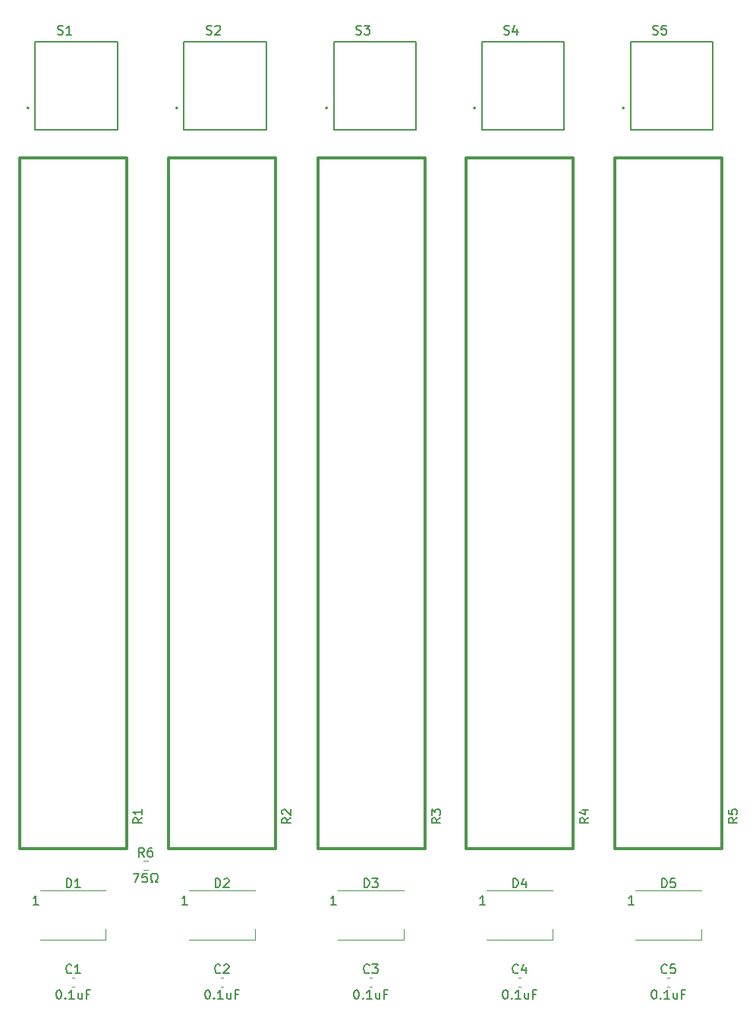
<source format=gbr>
%TF.GenerationSoftware,KiCad,Pcbnew,8.0.1*%
%TF.CreationDate,2024-03-29T21:28:49-04:00*%
%TF.ProjectId,mandreko-deej,6d616e64-7265-46b6-9f2d-6465656a2e6b,rev?*%
%TF.SameCoordinates,Original*%
%TF.FileFunction,Legend,Top*%
%TF.FilePolarity,Positive*%
%FSLAX46Y46*%
G04 Gerber Fmt 4.6, Leading zero omitted, Abs format (unit mm)*
G04 Created by KiCad (PCBNEW 8.0.1) date 2024-03-29 21:28:49*
%MOMM*%
%LPD*%
G01*
G04 APERTURE LIST*
%ADD10C,0.150000*%
%ADD11C,0.120000*%
%ADD12C,0.127000*%
%ADD13C,0.200000*%
%ADD14C,0.304800*%
G04 APERTURE END LIST*
D10*
X118745233Y-148429580D02*
X118697614Y-148477200D01*
X118697614Y-148477200D02*
X118554757Y-148524819D01*
X118554757Y-148524819D02*
X118459519Y-148524819D01*
X118459519Y-148524819D02*
X118316662Y-148477200D01*
X118316662Y-148477200D02*
X118221424Y-148381961D01*
X118221424Y-148381961D02*
X118173805Y-148286723D01*
X118173805Y-148286723D02*
X118126186Y-148096247D01*
X118126186Y-148096247D02*
X118126186Y-147953390D01*
X118126186Y-147953390D02*
X118173805Y-147762914D01*
X118173805Y-147762914D02*
X118221424Y-147667676D01*
X118221424Y-147667676D02*
X118316662Y-147572438D01*
X118316662Y-147572438D02*
X118459519Y-147524819D01*
X118459519Y-147524819D02*
X118554757Y-147524819D01*
X118554757Y-147524819D02*
X118697614Y-147572438D01*
X118697614Y-147572438D02*
X118745233Y-147620057D01*
X119697614Y-148524819D02*
X119126186Y-148524819D01*
X119411900Y-148524819D02*
X119411900Y-147524819D01*
X119411900Y-147524819D02*
X119316662Y-147667676D01*
X119316662Y-147667676D02*
X119221424Y-147762914D01*
X119221424Y-147762914D02*
X119126186Y-147810533D01*
X117269043Y-150384819D02*
X117364281Y-150384819D01*
X117364281Y-150384819D02*
X117459519Y-150432438D01*
X117459519Y-150432438D02*
X117507138Y-150480057D01*
X117507138Y-150480057D02*
X117554757Y-150575295D01*
X117554757Y-150575295D02*
X117602376Y-150765771D01*
X117602376Y-150765771D02*
X117602376Y-151003866D01*
X117602376Y-151003866D02*
X117554757Y-151194342D01*
X117554757Y-151194342D02*
X117507138Y-151289580D01*
X117507138Y-151289580D02*
X117459519Y-151337200D01*
X117459519Y-151337200D02*
X117364281Y-151384819D01*
X117364281Y-151384819D02*
X117269043Y-151384819D01*
X117269043Y-151384819D02*
X117173805Y-151337200D01*
X117173805Y-151337200D02*
X117126186Y-151289580D01*
X117126186Y-151289580D02*
X117078567Y-151194342D01*
X117078567Y-151194342D02*
X117030948Y-151003866D01*
X117030948Y-151003866D02*
X117030948Y-150765771D01*
X117030948Y-150765771D02*
X117078567Y-150575295D01*
X117078567Y-150575295D02*
X117126186Y-150480057D01*
X117126186Y-150480057D02*
X117173805Y-150432438D01*
X117173805Y-150432438D02*
X117269043Y-150384819D01*
X118030948Y-151289580D02*
X118078567Y-151337200D01*
X118078567Y-151337200D02*
X118030948Y-151384819D01*
X118030948Y-151384819D02*
X117983329Y-151337200D01*
X117983329Y-151337200D02*
X118030948Y-151289580D01*
X118030948Y-151289580D02*
X118030948Y-151384819D01*
X119030947Y-151384819D02*
X118459519Y-151384819D01*
X118745233Y-151384819D02*
X118745233Y-150384819D01*
X118745233Y-150384819D02*
X118649995Y-150527676D01*
X118649995Y-150527676D02*
X118554757Y-150622914D01*
X118554757Y-150622914D02*
X118459519Y-150670533D01*
X119888090Y-150718152D02*
X119888090Y-151384819D01*
X119459519Y-150718152D02*
X119459519Y-151241961D01*
X119459519Y-151241961D02*
X119507138Y-151337200D01*
X119507138Y-151337200D02*
X119602376Y-151384819D01*
X119602376Y-151384819D02*
X119745233Y-151384819D01*
X119745233Y-151384819D02*
X119840471Y-151337200D01*
X119840471Y-151337200D02*
X119888090Y-151289580D01*
X120697614Y-150861009D02*
X120364281Y-150861009D01*
X120364281Y-151384819D02*
X120364281Y-150384819D01*
X120364281Y-150384819D02*
X120840471Y-150384819D01*
X133786795Y-43772200D02*
X133929652Y-43819819D01*
X133929652Y-43819819D02*
X134167747Y-43819819D01*
X134167747Y-43819819D02*
X134262985Y-43772200D01*
X134262985Y-43772200D02*
X134310604Y-43724580D01*
X134310604Y-43724580D02*
X134358223Y-43629342D01*
X134358223Y-43629342D02*
X134358223Y-43534104D01*
X134358223Y-43534104D02*
X134310604Y-43438866D01*
X134310604Y-43438866D02*
X134262985Y-43391247D01*
X134262985Y-43391247D02*
X134167747Y-43343628D01*
X134167747Y-43343628D02*
X133977271Y-43296009D01*
X133977271Y-43296009D02*
X133882033Y-43248390D01*
X133882033Y-43248390D02*
X133834414Y-43200771D01*
X133834414Y-43200771D02*
X133786795Y-43105533D01*
X133786795Y-43105533D02*
X133786795Y-43010295D01*
X133786795Y-43010295D02*
X133834414Y-42915057D01*
X133834414Y-42915057D02*
X133882033Y-42867438D01*
X133882033Y-42867438D02*
X133977271Y-42819819D01*
X133977271Y-42819819D02*
X134215366Y-42819819D01*
X134215366Y-42819819D02*
X134358223Y-42867438D01*
X134739176Y-42915057D02*
X134786795Y-42867438D01*
X134786795Y-42867438D02*
X134882033Y-42819819D01*
X134882033Y-42819819D02*
X135120128Y-42819819D01*
X135120128Y-42819819D02*
X135215366Y-42867438D01*
X135215366Y-42867438D02*
X135262985Y-42915057D01*
X135262985Y-42915057D02*
X135310604Y-43010295D01*
X135310604Y-43010295D02*
X135310604Y-43105533D01*
X135310604Y-43105533D02*
X135262985Y-43248390D01*
X135262985Y-43248390D02*
X134691557Y-43819819D01*
X134691557Y-43819819D02*
X135310604Y-43819819D01*
X143197019Y-131191666D02*
X142720828Y-131524999D01*
X143197019Y-131763094D02*
X142197019Y-131763094D01*
X142197019Y-131763094D02*
X142197019Y-131382142D01*
X142197019Y-131382142D02*
X142244638Y-131286904D01*
X142244638Y-131286904D02*
X142292257Y-131239285D01*
X142292257Y-131239285D02*
X142387495Y-131191666D01*
X142387495Y-131191666D02*
X142530352Y-131191666D01*
X142530352Y-131191666D02*
X142625590Y-131239285D01*
X142625590Y-131239285D02*
X142673209Y-131286904D01*
X142673209Y-131286904D02*
X142720828Y-131382142D01*
X142720828Y-131382142D02*
X142720828Y-131763094D01*
X142292257Y-130810713D02*
X142244638Y-130763094D01*
X142244638Y-130763094D02*
X142197019Y-130667856D01*
X142197019Y-130667856D02*
X142197019Y-130429761D01*
X142197019Y-130429761D02*
X142244638Y-130334523D01*
X142244638Y-130334523D02*
X142292257Y-130286904D01*
X142292257Y-130286904D02*
X142387495Y-130239285D01*
X142387495Y-130239285D02*
X142482733Y-130239285D01*
X142482733Y-130239285D02*
X142625590Y-130286904D01*
X142625590Y-130286904D02*
X143197019Y-130858332D01*
X143197019Y-130858332D02*
X143197019Y-130239285D01*
X150475595Y-43772200D02*
X150618452Y-43819819D01*
X150618452Y-43819819D02*
X150856547Y-43819819D01*
X150856547Y-43819819D02*
X150951785Y-43772200D01*
X150951785Y-43772200D02*
X150999404Y-43724580D01*
X150999404Y-43724580D02*
X151047023Y-43629342D01*
X151047023Y-43629342D02*
X151047023Y-43534104D01*
X151047023Y-43534104D02*
X150999404Y-43438866D01*
X150999404Y-43438866D02*
X150951785Y-43391247D01*
X150951785Y-43391247D02*
X150856547Y-43343628D01*
X150856547Y-43343628D02*
X150666071Y-43296009D01*
X150666071Y-43296009D02*
X150570833Y-43248390D01*
X150570833Y-43248390D02*
X150523214Y-43200771D01*
X150523214Y-43200771D02*
X150475595Y-43105533D01*
X150475595Y-43105533D02*
X150475595Y-43010295D01*
X150475595Y-43010295D02*
X150523214Y-42915057D01*
X150523214Y-42915057D02*
X150570833Y-42867438D01*
X150570833Y-42867438D02*
X150666071Y-42819819D01*
X150666071Y-42819819D02*
X150904166Y-42819819D01*
X150904166Y-42819819D02*
X151047023Y-42867438D01*
X151380357Y-42819819D02*
X151999404Y-42819819D01*
X151999404Y-42819819D02*
X151666071Y-43200771D01*
X151666071Y-43200771D02*
X151808928Y-43200771D01*
X151808928Y-43200771D02*
X151904166Y-43248390D01*
X151904166Y-43248390D02*
X151951785Y-43296009D01*
X151951785Y-43296009D02*
X151999404Y-43391247D01*
X151999404Y-43391247D02*
X151999404Y-43629342D01*
X151999404Y-43629342D02*
X151951785Y-43724580D01*
X151951785Y-43724580D02*
X151904166Y-43772200D01*
X151904166Y-43772200D02*
X151808928Y-43819819D01*
X151808928Y-43819819D02*
X151523214Y-43819819D01*
X151523214Y-43819819D02*
X151427976Y-43772200D01*
X151427976Y-43772200D02*
X151380357Y-43724580D01*
X159885819Y-131191666D02*
X159409628Y-131524999D01*
X159885819Y-131763094D02*
X158885819Y-131763094D01*
X158885819Y-131763094D02*
X158885819Y-131382142D01*
X158885819Y-131382142D02*
X158933438Y-131286904D01*
X158933438Y-131286904D02*
X158981057Y-131239285D01*
X158981057Y-131239285D02*
X159076295Y-131191666D01*
X159076295Y-131191666D02*
X159219152Y-131191666D01*
X159219152Y-131191666D02*
X159314390Y-131239285D01*
X159314390Y-131239285D02*
X159362009Y-131286904D01*
X159362009Y-131286904D02*
X159409628Y-131382142D01*
X159409628Y-131382142D02*
X159409628Y-131763094D01*
X158885819Y-130858332D02*
X158885819Y-130239285D01*
X158885819Y-130239285D02*
X159266771Y-130572618D01*
X159266771Y-130572618D02*
X159266771Y-130429761D01*
X159266771Y-130429761D02*
X159314390Y-130334523D01*
X159314390Y-130334523D02*
X159362009Y-130286904D01*
X159362009Y-130286904D02*
X159457247Y-130239285D01*
X159457247Y-130239285D02*
X159695342Y-130239285D01*
X159695342Y-130239285D02*
X159790580Y-130286904D01*
X159790580Y-130286904D02*
X159838200Y-130334523D01*
X159838200Y-130334523D02*
X159885819Y-130429761D01*
X159885819Y-130429761D02*
X159885819Y-130715475D01*
X159885819Y-130715475D02*
X159838200Y-130810713D01*
X159838200Y-130810713D02*
X159790580Y-130858332D01*
X185142333Y-148429580D02*
X185094714Y-148477200D01*
X185094714Y-148477200D02*
X184951857Y-148524819D01*
X184951857Y-148524819D02*
X184856619Y-148524819D01*
X184856619Y-148524819D02*
X184713762Y-148477200D01*
X184713762Y-148477200D02*
X184618524Y-148381961D01*
X184618524Y-148381961D02*
X184570905Y-148286723D01*
X184570905Y-148286723D02*
X184523286Y-148096247D01*
X184523286Y-148096247D02*
X184523286Y-147953390D01*
X184523286Y-147953390D02*
X184570905Y-147762914D01*
X184570905Y-147762914D02*
X184618524Y-147667676D01*
X184618524Y-147667676D02*
X184713762Y-147572438D01*
X184713762Y-147572438D02*
X184856619Y-147524819D01*
X184856619Y-147524819D02*
X184951857Y-147524819D01*
X184951857Y-147524819D02*
X185094714Y-147572438D01*
X185094714Y-147572438D02*
X185142333Y-147620057D01*
X186047095Y-147524819D02*
X185570905Y-147524819D01*
X185570905Y-147524819D02*
X185523286Y-148001009D01*
X185523286Y-148001009D02*
X185570905Y-147953390D01*
X185570905Y-147953390D02*
X185666143Y-147905771D01*
X185666143Y-147905771D02*
X185904238Y-147905771D01*
X185904238Y-147905771D02*
X185999476Y-147953390D01*
X185999476Y-147953390D02*
X186047095Y-148001009D01*
X186047095Y-148001009D02*
X186094714Y-148096247D01*
X186094714Y-148096247D02*
X186094714Y-148334342D01*
X186094714Y-148334342D02*
X186047095Y-148429580D01*
X186047095Y-148429580D02*
X185999476Y-148477200D01*
X185999476Y-148477200D02*
X185904238Y-148524819D01*
X185904238Y-148524819D02*
X185666143Y-148524819D01*
X185666143Y-148524819D02*
X185570905Y-148477200D01*
X185570905Y-148477200D02*
X185523286Y-148429580D01*
X183666143Y-150384819D02*
X183761381Y-150384819D01*
X183761381Y-150384819D02*
X183856619Y-150432438D01*
X183856619Y-150432438D02*
X183904238Y-150480057D01*
X183904238Y-150480057D02*
X183951857Y-150575295D01*
X183951857Y-150575295D02*
X183999476Y-150765771D01*
X183999476Y-150765771D02*
X183999476Y-151003866D01*
X183999476Y-151003866D02*
X183951857Y-151194342D01*
X183951857Y-151194342D02*
X183904238Y-151289580D01*
X183904238Y-151289580D02*
X183856619Y-151337200D01*
X183856619Y-151337200D02*
X183761381Y-151384819D01*
X183761381Y-151384819D02*
X183666143Y-151384819D01*
X183666143Y-151384819D02*
X183570905Y-151337200D01*
X183570905Y-151337200D02*
X183523286Y-151289580D01*
X183523286Y-151289580D02*
X183475667Y-151194342D01*
X183475667Y-151194342D02*
X183428048Y-151003866D01*
X183428048Y-151003866D02*
X183428048Y-150765771D01*
X183428048Y-150765771D02*
X183475667Y-150575295D01*
X183475667Y-150575295D02*
X183523286Y-150480057D01*
X183523286Y-150480057D02*
X183570905Y-150432438D01*
X183570905Y-150432438D02*
X183666143Y-150384819D01*
X184428048Y-151289580D02*
X184475667Y-151337200D01*
X184475667Y-151337200D02*
X184428048Y-151384819D01*
X184428048Y-151384819D02*
X184380429Y-151337200D01*
X184380429Y-151337200D02*
X184428048Y-151289580D01*
X184428048Y-151289580D02*
X184428048Y-151384819D01*
X185428047Y-151384819D02*
X184856619Y-151384819D01*
X185142333Y-151384819D02*
X185142333Y-150384819D01*
X185142333Y-150384819D02*
X185047095Y-150527676D01*
X185047095Y-150527676D02*
X184951857Y-150622914D01*
X184951857Y-150622914D02*
X184856619Y-150670533D01*
X186285190Y-150718152D02*
X186285190Y-151384819D01*
X185856619Y-150718152D02*
X185856619Y-151241961D01*
X185856619Y-151241961D02*
X185904238Y-151337200D01*
X185904238Y-151337200D02*
X185999476Y-151384819D01*
X185999476Y-151384819D02*
X186142333Y-151384819D01*
X186142333Y-151384819D02*
X186237571Y-151337200D01*
X186237571Y-151337200D02*
X186285190Y-151289580D01*
X187094714Y-150861009D02*
X186761381Y-150861009D01*
X186761381Y-151384819D02*
X186761381Y-150384819D01*
X186761381Y-150384819D02*
X187237571Y-150384819D01*
X134773105Y-138954819D02*
X134773105Y-137954819D01*
X134773105Y-137954819D02*
X135011200Y-137954819D01*
X135011200Y-137954819D02*
X135154057Y-138002438D01*
X135154057Y-138002438D02*
X135249295Y-138097676D01*
X135249295Y-138097676D02*
X135296914Y-138192914D01*
X135296914Y-138192914D02*
X135344533Y-138383390D01*
X135344533Y-138383390D02*
X135344533Y-138526247D01*
X135344533Y-138526247D02*
X135296914Y-138716723D01*
X135296914Y-138716723D02*
X135249295Y-138811961D01*
X135249295Y-138811961D02*
X135154057Y-138907200D01*
X135154057Y-138907200D02*
X135011200Y-138954819D01*
X135011200Y-138954819D02*
X134773105Y-138954819D01*
X135725486Y-138050057D02*
X135773105Y-138002438D01*
X135773105Y-138002438D02*
X135868343Y-137954819D01*
X135868343Y-137954819D02*
X136106438Y-137954819D01*
X136106438Y-137954819D02*
X136201676Y-138002438D01*
X136201676Y-138002438D02*
X136249295Y-138050057D01*
X136249295Y-138050057D02*
X136296914Y-138145295D01*
X136296914Y-138145295D02*
X136296914Y-138240533D01*
X136296914Y-138240533D02*
X136249295Y-138383390D01*
X136249295Y-138383390D02*
X135677867Y-138954819D01*
X135677867Y-138954819D02*
X136296914Y-138954819D01*
X131646914Y-140854819D02*
X131075486Y-140854819D01*
X131361200Y-140854819D02*
X131361200Y-139854819D01*
X131361200Y-139854819D02*
X131265962Y-139997676D01*
X131265962Y-139997676D02*
X131170724Y-140092914D01*
X131170724Y-140092914D02*
X131075486Y-140140533D01*
X126833333Y-135524819D02*
X126500000Y-135048628D01*
X126261905Y-135524819D02*
X126261905Y-134524819D01*
X126261905Y-134524819D02*
X126642857Y-134524819D01*
X126642857Y-134524819D02*
X126738095Y-134572438D01*
X126738095Y-134572438D02*
X126785714Y-134620057D01*
X126785714Y-134620057D02*
X126833333Y-134715295D01*
X126833333Y-134715295D02*
X126833333Y-134858152D01*
X126833333Y-134858152D02*
X126785714Y-134953390D01*
X126785714Y-134953390D02*
X126738095Y-135001009D01*
X126738095Y-135001009D02*
X126642857Y-135048628D01*
X126642857Y-135048628D02*
X126261905Y-135048628D01*
X127690476Y-134524819D02*
X127500000Y-134524819D01*
X127500000Y-134524819D02*
X127404762Y-134572438D01*
X127404762Y-134572438D02*
X127357143Y-134620057D01*
X127357143Y-134620057D02*
X127261905Y-134762914D01*
X127261905Y-134762914D02*
X127214286Y-134953390D01*
X127214286Y-134953390D02*
X127214286Y-135334342D01*
X127214286Y-135334342D02*
X127261905Y-135429580D01*
X127261905Y-135429580D02*
X127309524Y-135477200D01*
X127309524Y-135477200D02*
X127404762Y-135524819D01*
X127404762Y-135524819D02*
X127595238Y-135524819D01*
X127595238Y-135524819D02*
X127690476Y-135477200D01*
X127690476Y-135477200D02*
X127738095Y-135429580D01*
X127738095Y-135429580D02*
X127785714Y-135334342D01*
X127785714Y-135334342D02*
X127785714Y-135096247D01*
X127785714Y-135096247D02*
X127738095Y-135001009D01*
X127738095Y-135001009D02*
X127690476Y-134953390D01*
X127690476Y-134953390D02*
X127595238Y-134905771D01*
X127595238Y-134905771D02*
X127404762Y-134905771D01*
X127404762Y-134905771D02*
X127309524Y-134953390D01*
X127309524Y-134953390D02*
X127261905Y-135001009D01*
X127261905Y-135001009D02*
X127214286Y-135096247D01*
X125619048Y-137384819D02*
X126285714Y-137384819D01*
X126285714Y-137384819D02*
X125857143Y-138384819D01*
X127142857Y-137384819D02*
X126666667Y-137384819D01*
X126666667Y-137384819D02*
X126619048Y-137861009D01*
X126619048Y-137861009D02*
X126666667Y-137813390D01*
X126666667Y-137813390D02*
X126761905Y-137765771D01*
X126761905Y-137765771D02*
X127000000Y-137765771D01*
X127000000Y-137765771D02*
X127095238Y-137813390D01*
X127095238Y-137813390D02*
X127142857Y-137861009D01*
X127142857Y-137861009D02*
X127190476Y-137956247D01*
X127190476Y-137956247D02*
X127190476Y-138194342D01*
X127190476Y-138194342D02*
X127142857Y-138289580D01*
X127142857Y-138289580D02*
X127095238Y-138337200D01*
X127095238Y-138337200D02*
X127000000Y-138384819D01*
X127000000Y-138384819D02*
X126761905Y-138384819D01*
X126761905Y-138384819D02*
X126666667Y-138337200D01*
X126666667Y-138337200D02*
X126619048Y-138289580D01*
X127571429Y-138384819D02*
X127809524Y-138384819D01*
X127809524Y-138384819D02*
X127809524Y-138194342D01*
X127809524Y-138194342D02*
X127714286Y-138146723D01*
X127714286Y-138146723D02*
X127619048Y-138051485D01*
X127619048Y-138051485D02*
X127571429Y-137908628D01*
X127571429Y-137908628D02*
X127571429Y-137670533D01*
X127571429Y-137670533D02*
X127619048Y-137527676D01*
X127619048Y-137527676D02*
X127714286Y-137432438D01*
X127714286Y-137432438D02*
X127857143Y-137384819D01*
X127857143Y-137384819D02*
X128047619Y-137384819D01*
X128047619Y-137384819D02*
X128190476Y-137432438D01*
X128190476Y-137432438D02*
X128285714Y-137527676D01*
X128285714Y-137527676D02*
X128333333Y-137670533D01*
X128333333Y-137670533D02*
X128333333Y-137908628D01*
X128333333Y-137908628D02*
X128285714Y-138051485D01*
X128285714Y-138051485D02*
X128190476Y-138146723D01*
X128190476Y-138146723D02*
X128095238Y-138194342D01*
X128095238Y-138194342D02*
X128095238Y-138384819D01*
X128095238Y-138384819D02*
X128333333Y-138384819D01*
X166985295Y-43772200D02*
X167128152Y-43819819D01*
X167128152Y-43819819D02*
X167366247Y-43819819D01*
X167366247Y-43819819D02*
X167461485Y-43772200D01*
X167461485Y-43772200D02*
X167509104Y-43724580D01*
X167509104Y-43724580D02*
X167556723Y-43629342D01*
X167556723Y-43629342D02*
X167556723Y-43534104D01*
X167556723Y-43534104D02*
X167509104Y-43438866D01*
X167509104Y-43438866D02*
X167461485Y-43391247D01*
X167461485Y-43391247D02*
X167366247Y-43343628D01*
X167366247Y-43343628D02*
X167175771Y-43296009D01*
X167175771Y-43296009D02*
X167080533Y-43248390D01*
X167080533Y-43248390D02*
X167032914Y-43200771D01*
X167032914Y-43200771D02*
X166985295Y-43105533D01*
X166985295Y-43105533D02*
X166985295Y-43010295D01*
X166985295Y-43010295D02*
X167032914Y-42915057D01*
X167032914Y-42915057D02*
X167080533Y-42867438D01*
X167080533Y-42867438D02*
X167175771Y-42819819D01*
X167175771Y-42819819D02*
X167413866Y-42819819D01*
X167413866Y-42819819D02*
X167556723Y-42867438D01*
X168413866Y-43153152D02*
X168413866Y-43819819D01*
X168175771Y-42772200D02*
X167937676Y-43486485D01*
X167937676Y-43486485D02*
X168556723Y-43486485D01*
X126597719Y-131191666D02*
X126121528Y-131524999D01*
X126597719Y-131763094D02*
X125597719Y-131763094D01*
X125597719Y-131763094D02*
X125597719Y-131382142D01*
X125597719Y-131382142D02*
X125645338Y-131286904D01*
X125645338Y-131286904D02*
X125692957Y-131239285D01*
X125692957Y-131239285D02*
X125788195Y-131191666D01*
X125788195Y-131191666D02*
X125931052Y-131191666D01*
X125931052Y-131191666D02*
X126026290Y-131239285D01*
X126026290Y-131239285D02*
X126073909Y-131286904D01*
X126073909Y-131286904D02*
X126121528Y-131382142D01*
X126121528Y-131382142D02*
X126121528Y-131763094D01*
X126597719Y-130239285D02*
X126597719Y-130810713D01*
X126597719Y-130524999D02*
X125597719Y-130524999D01*
X125597719Y-130524999D02*
X125740576Y-130620237D01*
X125740576Y-130620237D02*
X125835814Y-130715475D01*
X125835814Y-130715475D02*
X125883433Y-130810713D01*
X117187495Y-43772200D02*
X117330352Y-43819819D01*
X117330352Y-43819819D02*
X117568447Y-43819819D01*
X117568447Y-43819819D02*
X117663685Y-43772200D01*
X117663685Y-43772200D02*
X117711304Y-43724580D01*
X117711304Y-43724580D02*
X117758923Y-43629342D01*
X117758923Y-43629342D02*
X117758923Y-43534104D01*
X117758923Y-43534104D02*
X117711304Y-43438866D01*
X117711304Y-43438866D02*
X117663685Y-43391247D01*
X117663685Y-43391247D02*
X117568447Y-43343628D01*
X117568447Y-43343628D02*
X117377971Y-43296009D01*
X117377971Y-43296009D02*
X117282733Y-43248390D01*
X117282733Y-43248390D02*
X117235114Y-43200771D01*
X117235114Y-43200771D02*
X117187495Y-43105533D01*
X117187495Y-43105533D02*
X117187495Y-43010295D01*
X117187495Y-43010295D02*
X117235114Y-42915057D01*
X117235114Y-42915057D02*
X117282733Y-42867438D01*
X117282733Y-42867438D02*
X117377971Y-42819819D01*
X117377971Y-42819819D02*
X117616066Y-42819819D01*
X117616066Y-42819819D02*
X117758923Y-42867438D01*
X118711304Y-43819819D02*
X118139876Y-43819819D01*
X118425590Y-43819819D02*
X118425590Y-42819819D01*
X118425590Y-42819819D02*
X118330352Y-42962676D01*
X118330352Y-42962676D02*
X118235114Y-43057914D01*
X118235114Y-43057914D02*
X118139876Y-43105533D01*
X184570905Y-138954819D02*
X184570905Y-137954819D01*
X184570905Y-137954819D02*
X184809000Y-137954819D01*
X184809000Y-137954819D02*
X184951857Y-138002438D01*
X184951857Y-138002438D02*
X185047095Y-138097676D01*
X185047095Y-138097676D02*
X185094714Y-138192914D01*
X185094714Y-138192914D02*
X185142333Y-138383390D01*
X185142333Y-138383390D02*
X185142333Y-138526247D01*
X185142333Y-138526247D02*
X185094714Y-138716723D01*
X185094714Y-138716723D02*
X185047095Y-138811961D01*
X185047095Y-138811961D02*
X184951857Y-138907200D01*
X184951857Y-138907200D02*
X184809000Y-138954819D01*
X184809000Y-138954819D02*
X184570905Y-138954819D01*
X186047095Y-137954819D02*
X185570905Y-137954819D01*
X185570905Y-137954819D02*
X185523286Y-138431009D01*
X185523286Y-138431009D02*
X185570905Y-138383390D01*
X185570905Y-138383390D02*
X185666143Y-138335771D01*
X185666143Y-138335771D02*
X185904238Y-138335771D01*
X185904238Y-138335771D02*
X185999476Y-138383390D01*
X185999476Y-138383390D02*
X186047095Y-138431009D01*
X186047095Y-138431009D02*
X186094714Y-138526247D01*
X186094714Y-138526247D02*
X186094714Y-138764342D01*
X186094714Y-138764342D02*
X186047095Y-138859580D01*
X186047095Y-138859580D02*
X185999476Y-138907200D01*
X185999476Y-138907200D02*
X185904238Y-138954819D01*
X185904238Y-138954819D02*
X185666143Y-138954819D01*
X185666143Y-138954819D02*
X185570905Y-138907200D01*
X185570905Y-138907200D02*
X185523286Y-138859580D01*
X181444714Y-140854819D02*
X180873286Y-140854819D01*
X181159000Y-140854819D02*
X181159000Y-139854819D01*
X181159000Y-139854819D02*
X181063762Y-139997676D01*
X181063762Y-139997676D02*
X180968524Y-140092914D01*
X180968524Y-140092914D02*
X180873286Y-140140533D01*
X168543033Y-148429580D02*
X168495414Y-148477200D01*
X168495414Y-148477200D02*
X168352557Y-148524819D01*
X168352557Y-148524819D02*
X168257319Y-148524819D01*
X168257319Y-148524819D02*
X168114462Y-148477200D01*
X168114462Y-148477200D02*
X168019224Y-148381961D01*
X168019224Y-148381961D02*
X167971605Y-148286723D01*
X167971605Y-148286723D02*
X167923986Y-148096247D01*
X167923986Y-148096247D02*
X167923986Y-147953390D01*
X167923986Y-147953390D02*
X167971605Y-147762914D01*
X167971605Y-147762914D02*
X168019224Y-147667676D01*
X168019224Y-147667676D02*
X168114462Y-147572438D01*
X168114462Y-147572438D02*
X168257319Y-147524819D01*
X168257319Y-147524819D02*
X168352557Y-147524819D01*
X168352557Y-147524819D02*
X168495414Y-147572438D01*
X168495414Y-147572438D02*
X168543033Y-147620057D01*
X169400176Y-147858152D02*
X169400176Y-148524819D01*
X169162081Y-147477200D02*
X168923986Y-148191485D01*
X168923986Y-148191485D02*
X169543033Y-148191485D01*
X167066843Y-150384819D02*
X167162081Y-150384819D01*
X167162081Y-150384819D02*
X167257319Y-150432438D01*
X167257319Y-150432438D02*
X167304938Y-150480057D01*
X167304938Y-150480057D02*
X167352557Y-150575295D01*
X167352557Y-150575295D02*
X167400176Y-150765771D01*
X167400176Y-150765771D02*
X167400176Y-151003866D01*
X167400176Y-151003866D02*
X167352557Y-151194342D01*
X167352557Y-151194342D02*
X167304938Y-151289580D01*
X167304938Y-151289580D02*
X167257319Y-151337200D01*
X167257319Y-151337200D02*
X167162081Y-151384819D01*
X167162081Y-151384819D02*
X167066843Y-151384819D01*
X167066843Y-151384819D02*
X166971605Y-151337200D01*
X166971605Y-151337200D02*
X166923986Y-151289580D01*
X166923986Y-151289580D02*
X166876367Y-151194342D01*
X166876367Y-151194342D02*
X166828748Y-151003866D01*
X166828748Y-151003866D02*
X166828748Y-150765771D01*
X166828748Y-150765771D02*
X166876367Y-150575295D01*
X166876367Y-150575295D02*
X166923986Y-150480057D01*
X166923986Y-150480057D02*
X166971605Y-150432438D01*
X166971605Y-150432438D02*
X167066843Y-150384819D01*
X167828748Y-151289580D02*
X167876367Y-151337200D01*
X167876367Y-151337200D02*
X167828748Y-151384819D01*
X167828748Y-151384819D02*
X167781129Y-151337200D01*
X167781129Y-151337200D02*
X167828748Y-151289580D01*
X167828748Y-151289580D02*
X167828748Y-151384819D01*
X168828747Y-151384819D02*
X168257319Y-151384819D01*
X168543033Y-151384819D02*
X168543033Y-150384819D01*
X168543033Y-150384819D02*
X168447795Y-150527676D01*
X168447795Y-150527676D02*
X168352557Y-150622914D01*
X168352557Y-150622914D02*
X168257319Y-150670533D01*
X169685890Y-150718152D02*
X169685890Y-151384819D01*
X169257319Y-150718152D02*
X169257319Y-151241961D01*
X169257319Y-151241961D02*
X169304938Y-151337200D01*
X169304938Y-151337200D02*
X169400176Y-151384819D01*
X169400176Y-151384819D02*
X169543033Y-151384819D01*
X169543033Y-151384819D02*
X169638271Y-151337200D01*
X169638271Y-151337200D02*
X169685890Y-151289580D01*
X170495414Y-150861009D02*
X170162081Y-150861009D01*
X170162081Y-151384819D02*
X170162081Y-150384819D01*
X170162081Y-150384819D02*
X170638271Y-150384819D01*
X118173805Y-138954819D02*
X118173805Y-137954819D01*
X118173805Y-137954819D02*
X118411900Y-137954819D01*
X118411900Y-137954819D02*
X118554757Y-138002438D01*
X118554757Y-138002438D02*
X118649995Y-138097676D01*
X118649995Y-138097676D02*
X118697614Y-138192914D01*
X118697614Y-138192914D02*
X118745233Y-138383390D01*
X118745233Y-138383390D02*
X118745233Y-138526247D01*
X118745233Y-138526247D02*
X118697614Y-138716723D01*
X118697614Y-138716723D02*
X118649995Y-138811961D01*
X118649995Y-138811961D02*
X118554757Y-138907200D01*
X118554757Y-138907200D02*
X118411900Y-138954819D01*
X118411900Y-138954819D02*
X118173805Y-138954819D01*
X119697614Y-138954819D02*
X119126186Y-138954819D01*
X119411900Y-138954819D02*
X119411900Y-137954819D01*
X119411900Y-137954819D02*
X119316662Y-138097676D01*
X119316662Y-138097676D02*
X119221424Y-138192914D01*
X119221424Y-138192914D02*
X119126186Y-138240533D01*
X115047614Y-140854819D02*
X114476186Y-140854819D01*
X114761900Y-140854819D02*
X114761900Y-139854819D01*
X114761900Y-139854819D02*
X114666662Y-139997676D01*
X114666662Y-139997676D02*
X114571424Y-140092914D01*
X114571424Y-140092914D02*
X114476186Y-140140533D01*
X167971605Y-138954819D02*
X167971605Y-137954819D01*
X167971605Y-137954819D02*
X168209700Y-137954819D01*
X168209700Y-137954819D02*
X168352557Y-138002438D01*
X168352557Y-138002438D02*
X168447795Y-138097676D01*
X168447795Y-138097676D02*
X168495414Y-138192914D01*
X168495414Y-138192914D02*
X168543033Y-138383390D01*
X168543033Y-138383390D02*
X168543033Y-138526247D01*
X168543033Y-138526247D02*
X168495414Y-138716723D01*
X168495414Y-138716723D02*
X168447795Y-138811961D01*
X168447795Y-138811961D02*
X168352557Y-138907200D01*
X168352557Y-138907200D02*
X168209700Y-138954819D01*
X168209700Y-138954819D02*
X167971605Y-138954819D01*
X169400176Y-138288152D02*
X169400176Y-138954819D01*
X169162081Y-137907200D02*
X168923986Y-138621485D01*
X168923986Y-138621485D02*
X169543033Y-138621485D01*
X164845414Y-140854819D02*
X164273986Y-140854819D01*
X164559700Y-140854819D02*
X164559700Y-139854819D01*
X164559700Y-139854819D02*
X164464462Y-139997676D01*
X164464462Y-139997676D02*
X164369224Y-140092914D01*
X164369224Y-140092914D02*
X164273986Y-140140533D01*
X151372405Y-138954819D02*
X151372405Y-137954819D01*
X151372405Y-137954819D02*
X151610500Y-137954819D01*
X151610500Y-137954819D02*
X151753357Y-138002438D01*
X151753357Y-138002438D02*
X151848595Y-138097676D01*
X151848595Y-138097676D02*
X151896214Y-138192914D01*
X151896214Y-138192914D02*
X151943833Y-138383390D01*
X151943833Y-138383390D02*
X151943833Y-138526247D01*
X151943833Y-138526247D02*
X151896214Y-138716723D01*
X151896214Y-138716723D02*
X151848595Y-138811961D01*
X151848595Y-138811961D02*
X151753357Y-138907200D01*
X151753357Y-138907200D02*
X151610500Y-138954819D01*
X151610500Y-138954819D02*
X151372405Y-138954819D01*
X152277167Y-137954819D02*
X152896214Y-137954819D01*
X152896214Y-137954819D02*
X152562881Y-138335771D01*
X152562881Y-138335771D02*
X152705738Y-138335771D01*
X152705738Y-138335771D02*
X152800976Y-138383390D01*
X152800976Y-138383390D02*
X152848595Y-138431009D01*
X152848595Y-138431009D02*
X152896214Y-138526247D01*
X152896214Y-138526247D02*
X152896214Y-138764342D01*
X152896214Y-138764342D02*
X152848595Y-138859580D01*
X152848595Y-138859580D02*
X152800976Y-138907200D01*
X152800976Y-138907200D02*
X152705738Y-138954819D01*
X152705738Y-138954819D02*
X152420024Y-138954819D01*
X152420024Y-138954819D02*
X152324786Y-138907200D01*
X152324786Y-138907200D02*
X152277167Y-138859580D01*
X148246214Y-140854819D02*
X147674786Y-140854819D01*
X147960500Y-140854819D02*
X147960500Y-139854819D01*
X147960500Y-139854819D02*
X147865262Y-139997676D01*
X147865262Y-139997676D02*
X147770024Y-140092914D01*
X147770024Y-140092914D02*
X147674786Y-140140533D01*
X183584595Y-43772200D02*
X183727452Y-43819819D01*
X183727452Y-43819819D02*
X183965547Y-43819819D01*
X183965547Y-43819819D02*
X184060785Y-43772200D01*
X184060785Y-43772200D02*
X184108404Y-43724580D01*
X184108404Y-43724580D02*
X184156023Y-43629342D01*
X184156023Y-43629342D02*
X184156023Y-43534104D01*
X184156023Y-43534104D02*
X184108404Y-43438866D01*
X184108404Y-43438866D02*
X184060785Y-43391247D01*
X184060785Y-43391247D02*
X183965547Y-43343628D01*
X183965547Y-43343628D02*
X183775071Y-43296009D01*
X183775071Y-43296009D02*
X183679833Y-43248390D01*
X183679833Y-43248390D02*
X183632214Y-43200771D01*
X183632214Y-43200771D02*
X183584595Y-43105533D01*
X183584595Y-43105533D02*
X183584595Y-43010295D01*
X183584595Y-43010295D02*
X183632214Y-42915057D01*
X183632214Y-42915057D02*
X183679833Y-42867438D01*
X183679833Y-42867438D02*
X183775071Y-42819819D01*
X183775071Y-42819819D02*
X184013166Y-42819819D01*
X184013166Y-42819819D02*
X184156023Y-42867438D01*
X185060785Y-42819819D02*
X184584595Y-42819819D01*
X184584595Y-42819819D02*
X184536976Y-43296009D01*
X184536976Y-43296009D02*
X184584595Y-43248390D01*
X184584595Y-43248390D02*
X184679833Y-43200771D01*
X184679833Y-43200771D02*
X184917928Y-43200771D01*
X184917928Y-43200771D02*
X185013166Y-43248390D01*
X185013166Y-43248390D02*
X185060785Y-43296009D01*
X185060785Y-43296009D02*
X185108404Y-43391247D01*
X185108404Y-43391247D02*
X185108404Y-43629342D01*
X185108404Y-43629342D02*
X185060785Y-43724580D01*
X185060785Y-43724580D02*
X185013166Y-43772200D01*
X185013166Y-43772200D02*
X184917928Y-43819819D01*
X184917928Y-43819819D02*
X184679833Y-43819819D01*
X184679833Y-43819819D02*
X184584595Y-43772200D01*
X184584595Y-43772200D02*
X184536976Y-43724580D01*
X176395519Y-131191666D02*
X175919328Y-131524999D01*
X176395519Y-131763094D02*
X175395519Y-131763094D01*
X175395519Y-131763094D02*
X175395519Y-131382142D01*
X175395519Y-131382142D02*
X175443138Y-131286904D01*
X175443138Y-131286904D02*
X175490757Y-131239285D01*
X175490757Y-131239285D02*
X175585995Y-131191666D01*
X175585995Y-131191666D02*
X175728852Y-131191666D01*
X175728852Y-131191666D02*
X175824090Y-131239285D01*
X175824090Y-131239285D02*
X175871709Y-131286904D01*
X175871709Y-131286904D02*
X175919328Y-131382142D01*
X175919328Y-131382142D02*
X175919328Y-131763094D01*
X175728852Y-130334523D02*
X176395519Y-130334523D01*
X175347900Y-130572618D02*
X176062185Y-130810713D01*
X176062185Y-130810713D02*
X176062185Y-130191666D01*
X135344533Y-148429580D02*
X135296914Y-148477200D01*
X135296914Y-148477200D02*
X135154057Y-148524819D01*
X135154057Y-148524819D02*
X135058819Y-148524819D01*
X135058819Y-148524819D02*
X134915962Y-148477200D01*
X134915962Y-148477200D02*
X134820724Y-148381961D01*
X134820724Y-148381961D02*
X134773105Y-148286723D01*
X134773105Y-148286723D02*
X134725486Y-148096247D01*
X134725486Y-148096247D02*
X134725486Y-147953390D01*
X134725486Y-147953390D02*
X134773105Y-147762914D01*
X134773105Y-147762914D02*
X134820724Y-147667676D01*
X134820724Y-147667676D02*
X134915962Y-147572438D01*
X134915962Y-147572438D02*
X135058819Y-147524819D01*
X135058819Y-147524819D02*
X135154057Y-147524819D01*
X135154057Y-147524819D02*
X135296914Y-147572438D01*
X135296914Y-147572438D02*
X135344533Y-147620057D01*
X135725486Y-147620057D02*
X135773105Y-147572438D01*
X135773105Y-147572438D02*
X135868343Y-147524819D01*
X135868343Y-147524819D02*
X136106438Y-147524819D01*
X136106438Y-147524819D02*
X136201676Y-147572438D01*
X136201676Y-147572438D02*
X136249295Y-147620057D01*
X136249295Y-147620057D02*
X136296914Y-147715295D01*
X136296914Y-147715295D02*
X136296914Y-147810533D01*
X136296914Y-147810533D02*
X136249295Y-147953390D01*
X136249295Y-147953390D02*
X135677867Y-148524819D01*
X135677867Y-148524819D02*
X136296914Y-148524819D01*
X133868343Y-150384819D02*
X133963581Y-150384819D01*
X133963581Y-150384819D02*
X134058819Y-150432438D01*
X134058819Y-150432438D02*
X134106438Y-150480057D01*
X134106438Y-150480057D02*
X134154057Y-150575295D01*
X134154057Y-150575295D02*
X134201676Y-150765771D01*
X134201676Y-150765771D02*
X134201676Y-151003866D01*
X134201676Y-151003866D02*
X134154057Y-151194342D01*
X134154057Y-151194342D02*
X134106438Y-151289580D01*
X134106438Y-151289580D02*
X134058819Y-151337200D01*
X134058819Y-151337200D02*
X133963581Y-151384819D01*
X133963581Y-151384819D02*
X133868343Y-151384819D01*
X133868343Y-151384819D02*
X133773105Y-151337200D01*
X133773105Y-151337200D02*
X133725486Y-151289580D01*
X133725486Y-151289580D02*
X133677867Y-151194342D01*
X133677867Y-151194342D02*
X133630248Y-151003866D01*
X133630248Y-151003866D02*
X133630248Y-150765771D01*
X133630248Y-150765771D02*
X133677867Y-150575295D01*
X133677867Y-150575295D02*
X133725486Y-150480057D01*
X133725486Y-150480057D02*
X133773105Y-150432438D01*
X133773105Y-150432438D02*
X133868343Y-150384819D01*
X134630248Y-151289580D02*
X134677867Y-151337200D01*
X134677867Y-151337200D02*
X134630248Y-151384819D01*
X134630248Y-151384819D02*
X134582629Y-151337200D01*
X134582629Y-151337200D02*
X134630248Y-151289580D01*
X134630248Y-151289580D02*
X134630248Y-151384819D01*
X135630247Y-151384819D02*
X135058819Y-151384819D01*
X135344533Y-151384819D02*
X135344533Y-150384819D01*
X135344533Y-150384819D02*
X135249295Y-150527676D01*
X135249295Y-150527676D02*
X135154057Y-150622914D01*
X135154057Y-150622914D02*
X135058819Y-150670533D01*
X136487390Y-150718152D02*
X136487390Y-151384819D01*
X136058819Y-150718152D02*
X136058819Y-151241961D01*
X136058819Y-151241961D02*
X136106438Y-151337200D01*
X136106438Y-151337200D02*
X136201676Y-151384819D01*
X136201676Y-151384819D02*
X136344533Y-151384819D01*
X136344533Y-151384819D02*
X136439771Y-151337200D01*
X136439771Y-151337200D02*
X136487390Y-151289580D01*
X137296914Y-150861009D02*
X136963581Y-150861009D01*
X136963581Y-151384819D02*
X136963581Y-150384819D01*
X136963581Y-150384819D02*
X137439771Y-150384819D01*
X192994819Y-131191666D02*
X192518628Y-131524999D01*
X192994819Y-131763094D02*
X191994819Y-131763094D01*
X191994819Y-131763094D02*
X191994819Y-131382142D01*
X191994819Y-131382142D02*
X192042438Y-131286904D01*
X192042438Y-131286904D02*
X192090057Y-131239285D01*
X192090057Y-131239285D02*
X192185295Y-131191666D01*
X192185295Y-131191666D02*
X192328152Y-131191666D01*
X192328152Y-131191666D02*
X192423390Y-131239285D01*
X192423390Y-131239285D02*
X192471009Y-131286904D01*
X192471009Y-131286904D02*
X192518628Y-131382142D01*
X192518628Y-131382142D02*
X192518628Y-131763094D01*
X191994819Y-130286904D02*
X191994819Y-130763094D01*
X191994819Y-130763094D02*
X192471009Y-130810713D01*
X192471009Y-130810713D02*
X192423390Y-130763094D01*
X192423390Y-130763094D02*
X192375771Y-130667856D01*
X192375771Y-130667856D02*
X192375771Y-130429761D01*
X192375771Y-130429761D02*
X192423390Y-130334523D01*
X192423390Y-130334523D02*
X192471009Y-130286904D01*
X192471009Y-130286904D02*
X192566247Y-130239285D01*
X192566247Y-130239285D02*
X192804342Y-130239285D01*
X192804342Y-130239285D02*
X192899580Y-130286904D01*
X192899580Y-130286904D02*
X192947200Y-130334523D01*
X192947200Y-130334523D02*
X192994819Y-130429761D01*
X192994819Y-130429761D02*
X192994819Y-130667856D01*
X192994819Y-130667856D02*
X192947200Y-130763094D01*
X192947200Y-130763094D02*
X192899580Y-130810713D01*
X151943833Y-148429580D02*
X151896214Y-148477200D01*
X151896214Y-148477200D02*
X151753357Y-148524819D01*
X151753357Y-148524819D02*
X151658119Y-148524819D01*
X151658119Y-148524819D02*
X151515262Y-148477200D01*
X151515262Y-148477200D02*
X151420024Y-148381961D01*
X151420024Y-148381961D02*
X151372405Y-148286723D01*
X151372405Y-148286723D02*
X151324786Y-148096247D01*
X151324786Y-148096247D02*
X151324786Y-147953390D01*
X151324786Y-147953390D02*
X151372405Y-147762914D01*
X151372405Y-147762914D02*
X151420024Y-147667676D01*
X151420024Y-147667676D02*
X151515262Y-147572438D01*
X151515262Y-147572438D02*
X151658119Y-147524819D01*
X151658119Y-147524819D02*
X151753357Y-147524819D01*
X151753357Y-147524819D02*
X151896214Y-147572438D01*
X151896214Y-147572438D02*
X151943833Y-147620057D01*
X152277167Y-147524819D02*
X152896214Y-147524819D01*
X152896214Y-147524819D02*
X152562881Y-147905771D01*
X152562881Y-147905771D02*
X152705738Y-147905771D01*
X152705738Y-147905771D02*
X152800976Y-147953390D01*
X152800976Y-147953390D02*
X152848595Y-148001009D01*
X152848595Y-148001009D02*
X152896214Y-148096247D01*
X152896214Y-148096247D02*
X152896214Y-148334342D01*
X152896214Y-148334342D02*
X152848595Y-148429580D01*
X152848595Y-148429580D02*
X152800976Y-148477200D01*
X152800976Y-148477200D02*
X152705738Y-148524819D01*
X152705738Y-148524819D02*
X152420024Y-148524819D01*
X152420024Y-148524819D02*
X152324786Y-148477200D01*
X152324786Y-148477200D02*
X152277167Y-148429580D01*
X150467643Y-150384819D02*
X150562881Y-150384819D01*
X150562881Y-150384819D02*
X150658119Y-150432438D01*
X150658119Y-150432438D02*
X150705738Y-150480057D01*
X150705738Y-150480057D02*
X150753357Y-150575295D01*
X150753357Y-150575295D02*
X150800976Y-150765771D01*
X150800976Y-150765771D02*
X150800976Y-151003866D01*
X150800976Y-151003866D02*
X150753357Y-151194342D01*
X150753357Y-151194342D02*
X150705738Y-151289580D01*
X150705738Y-151289580D02*
X150658119Y-151337200D01*
X150658119Y-151337200D02*
X150562881Y-151384819D01*
X150562881Y-151384819D02*
X150467643Y-151384819D01*
X150467643Y-151384819D02*
X150372405Y-151337200D01*
X150372405Y-151337200D02*
X150324786Y-151289580D01*
X150324786Y-151289580D02*
X150277167Y-151194342D01*
X150277167Y-151194342D02*
X150229548Y-151003866D01*
X150229548Y-151003866D02*
X150229548Y-150765771D01*
X150229548Y-150765771D02*
X150277167Y-150575295D01*
X150277167Y-150575295D02*
X150324786Y-150480057D01*
X150324786Y-150480057D02*
X150372405Y-150432438D01*
X150372405Y-150432438D02*
X150467643Y-150384819D01*
X151229548Y-151289580D02*
X151277167Y-151337200D01*
X151277167Y-151337200D02*
X151229548Y-151384819D01*
X151229548Y-151384819D02*
X151181929Y-151337200D01*
X151181929Y-151337200D02*
X151229548Y-151289580D01*
X151229548Y-151289580D02*
X151229548Y-151384819D01*
X152229547Y-151384819D02*
X151658119Y-151384819D01*
X151943833Y-151384819D02*
X151943833Y-150384819D01*
X151943833Y-150384819D02*
X151848595Y-150527676D01*
X151848595Y-150527676D02*
X151753357Y-150622914D01*
X151753357Y-150622914D02*
X151658119Y-150670533D01*
X153086690Y-150718152D02*
X153086690Y-151384819D01*
X152658119Y-150718152D02*
X152658119Y-151241961D01*
X152658119Y-151241961D02*
X152705738Y-151337200D01*
X152705738Y-151337200D02*
X152800976Y-151384819D01*
X152800976Y-151384819D02*
X152943833Y-151384819D01*
X152943833Y-151384819D02*
X153039071Y-151337200D01*
X153039071Y-151337200D02*
X153086690Y-151289580D01*
X153896214Y-150861009D02*
X153562881Y-150861009D01*
X153562881Y-151384819D02*
X153562881Y-150384819D01*
X153562881Y-150384819D02*
X154039071Y-150384819D01*
D11*
%TO.C,C1*%
X118771320Y-150010000D02*
X119052480Y-150010000D01*
X118771320Y-148990000D02*
X119052480Y-148990000D01*
D12*
%TO.C,S2*%
X131273700Y-44600000D02*
X131273700Y-54400000D01*
X131273700Y-54400000D02*
X140473700Y-54400000D01*
X140473700Y-44600000D02*
X131273700Y-44600000D01*
X140473700Y-54400000D02*
X140473700Y-44600000D01*
D13*
X130573700Y-52000000D02*
G75*
G02*
X130373700Y-52000000I-100000J0D01*
G01*
X130373700Y-52000000D02*
G75*
G02*
X130573700Y-52000000I100000J0D01*
G01*
D14*
%TO.C,R2*%
X129511200Y-57600000D02*
X141511200Y-57600000D01*
X129511200Y-134600000D02*
X129511200Y-57600000D01*
X129511200Y-134600000D02*
X141511200Y-134600000D01*
X141511200Y-134600000D02*
X141511200Y-57600000D01*
D12*
%TO.C,S3*%
X147962500Y-44600000D02*
X147962500Y-54400000D01*
X147962500Y-54400000D02*
X157162500Y-54400000D01*
X157162500Y-44600000D02*
X147962500Y-44600000D01*
X157162500Y-54400000D02*
X157162500Y-44600000D01*
D13*
X147262500Y-52000000D02*
G75*
G02*
X147062500Y-52000000I-100000J0D01*
G01*
X147062500Y-52000000D02*
G75*
G02*
X147262500Y-52000000I100000J0D01*
G01*
D14*
%TO.C,R3*%
X146200000Y-57600000D02*
X158200000Y-57600000D01*
X146200000Y-134600000D02*
X146200000Y-57600000D01*
X146200000Y-134600000D02*
X158200000Y-134600000D01*
X158200000Y-134600000D02*
X158200000Y-57600000D01*
D11*
%TO.C,C5*%
X185168420Y-148990000D02*
X185449580Y-148990000D01*
X185168420Y-150010000D02*
X185449580Y-150010000D01*
%TO.C,D2*%
X131861200Y-139250000D02*
X139161200Y-139250000D01*
X131861200Y-144750000D02*
X139161200Y-144750000D01*
X139161200Y-144750000D02*
X139161200Y-143600000D01*
%TO.C,R6*%
X126762742Y-135977500D02*
X127237258Y-135977500D01*
X126762742Y-137022500D02*
X127237258Y-137022500D01*
D12*
%TO.C,S4*%
X164472200Y-44600000D02*
X164472200Y-54400000D01*
X164472200Y-54400000D02*
X173672200Y-54400000D01*
X173672200Y-44600000D02*
X164472200Y-44600000D01*
X173672200Y-54400000D02*
X173672200Y-44600000D01*
D13*
X163772200Y-52000000D02*
G75*
G02*
X163572200Y-52000000I-100000J0D01*
G01*
X163572200Y-52000000D02*
G75*
G02*
X163772200Y-52000000I100000J0D01*
G01*
D14*
%TO.C,R1*%
X112911900Y-57600000D02*
X124911900Y-57600000D01*
X112911900Y-134600000D02*
X112911900Y-57600000D01*
X112911900Y-134600000D02*
X124911900Y-134600000D01*
X124911900Y-134600000D02*
X124911900Y-57600000D01*
D12*
%TO.C,S1*%
X114674400Y-44600000D02*
X114674400Y-54400000D01*
X114674400Y-54400000D02*
X123874400Y-54400000D01*
X123874400Y-44600000D02*
X114674400Y-44600000D01*
X123874400Y-54400000D02*
X123874400Y-44600000D01*
D13*
X113974400Y-52000000D02*
G75*
G02*
X113774400Y-52000000I-100000J0D01*
G01*
X113774400Y-52000000D02*
G75*
G02*
X113974400Y-52000000I100000J0D01*
G01*
D11*
%TO.C,D5*%
X181659000Y-139250000D02*
X188959000Y-139250000D01*
X181659000Y-144750000D02*
X188959000Y-144750000D01*
X188959000Y-144750000D02*
X188959000Y-143600000D01*
%TO.C,C4*%
X168569120Y-148990000D02*
X168850280Y-148990000D01*
X168569120Y-150010000D02*
X168850280Y-150010000D01*
%TO.C,D1*%
X122561900Y-144750000D02*
X122561900Y-143600000D01*
X115261900Y-144750000D02*
X122561900Y-144750000D01*
X115261900Y-139250000D02*
X122561900Y-139250000D01*
%TO.C,D4*%
X165059700Y-139250000D02*
X172359700Y-139250000D01*
X165059700Y-144750000D02*
X172359700Y-144750000D01*
X172359700Y-144750000D02*
X172359700Y-143600000D01*
%TO.C,D3*%
X148460500Y-139250000D02*
X155760500Y-139250000D01*
X148460500Y-144750000D02*
X155760500Y-144750000D01*
X155760500Y-144750000D02*
X155760500Y-143600000D01*
D12*
%TO.C,S5*%
X181071500Y-44600000D02*
X181071500Y-54400000D01*
X181071500Y-54400000D02*
X190271500Y-54400000D01*
X190271500Y-44600000D02*
X181071500Y-44600000D01*
X190271500Y-54400000D02*
X190271500Y-44600000D01*
D13*
X180371500Y-52000000D02*
G75*
G02*
X180171500Y-52000000I-100000J0D01*
G01*
X180171500Y-52000000D02*
G75*
G02*
X180371500Y-52000000I100000J0D01*
G01*
D14*
%TO.C,R4*%
X162709700Y-57600000D02*
X174709700Y-57600000D01*
X162709700Y-134600000D02*
X162709700Y-57600000D01*
X162709700Y-134600000D02*
X174709700Y-134600000D01*
X174709700Y-134600000D02*
X174709700Y-57600000D01*
D11*
%TO.C,C2*%
X135370620Y-148990000D02*
X135651780Y-148990000D01*
X135370620Y-150010000D02*
X135651780Y-150010000D01*
D14*
%TO.C,R5*%
X179309000Y-57600000D02*
X191309000Y-57600000D01*
X179309000Y-134600000D02*
X179309000Y-57600000D01*
X179309000Y-134600000D02*
X191309000Y-134600000D01*
X191309000Y-134600000D02*
X191309000Y-57600000D01*
D11*
%TO.C,C3*%
X151969920Y-148990000D02*
X152251080Y-148990000D01*
X151969920Y-150010000D02*
X152251080Y-150010000D01*
%TD*%
M02*

</source>
